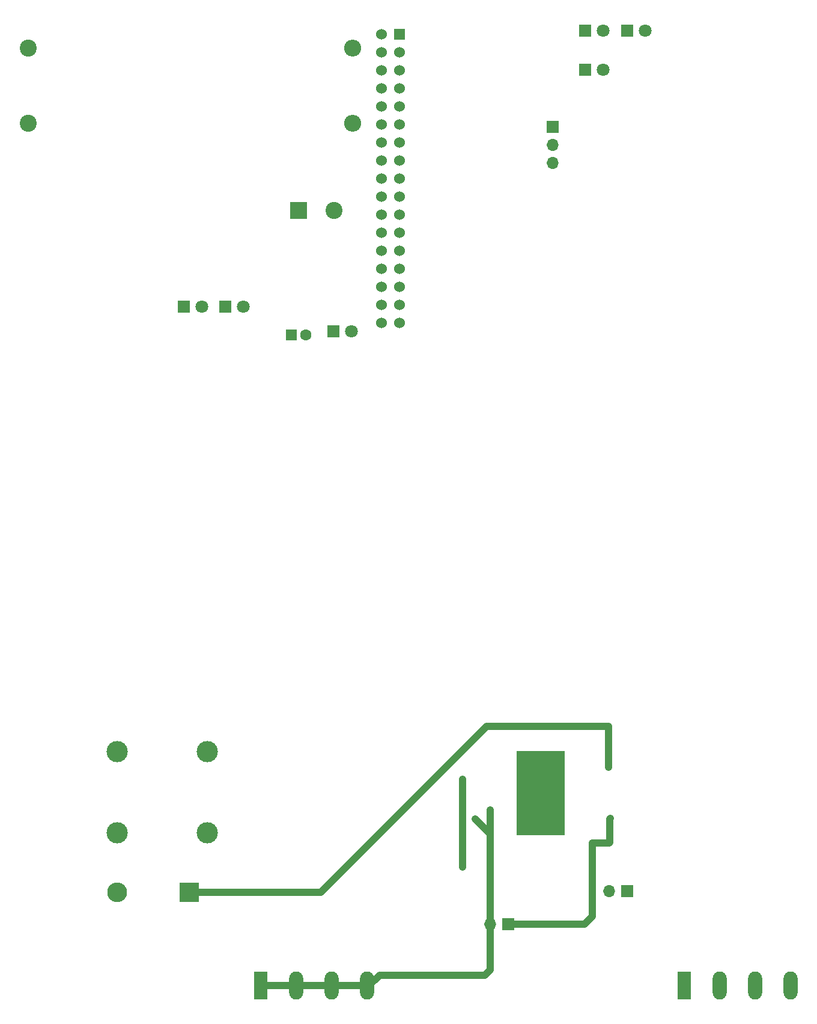
<source format=gbr>
G04 #@! TF.GenerationSoftware,KiCad,Pcbnew,(5.1.6)-1*
G04 #@! TF.CreationDate,2020-07-14T11:46:24+02:00*
G04 #@! TF.ProjectId,sboxnet-booster,73626f78-6e65-4742-9d62-6f6f73746572,rev?*
G04 #@! TF.SameCoordinates,Original*
G04 #@! TF.FileFunction,Copper,L2,Bot*
G04 #@! TF.FilePolarity,Positive*
%FSLAX46Y46*%
G04 Gerber Fmt 4.6, Leading zero omitted, Abs format (unit mm)*
G04 Created by KiCad (PCBNEW (5.1.6)-1) date 2020-07-14 11:46:24*
%MOMM*%
%LPD*%
G01*
G04 APERTURE LIST*
G04 #@! TA.AperFunction,ComponentPad*
%ADD10O,1.700000X1.700000*%
G04 #@! TD*
G04 #@! TA.AperFunction,ComponentPad*
%ADD11R,1.700000X1.700000*%
G04 #@! TD*
G04 #@! TA.AperFunction,Conductor*
%ADD12R,6.780000X11.860000*%
G04 #@! TD*
G04 #@! TA.AperFunction,ViaPad*
%ADD13C,1.000000*%
G04 #@! TD*
G04 #@! TA.AperFunction,ComponentPad*
%ADD14O,2.400000X2.400000*%
G04 #@! TD*
G04 #@! TA.AperFunction,ComponentPad*
%ADD15C,2.400000*%
G04 #@! TD*
G04 #@! TA.AperFunction,ComponentPad*
%ADD16C,3.000000*%
G04 #@! TD*
G04 #@! TA.AperFunction,ComponentPad*
%ADD17O,1.980000X3.960000*%
G04 #@! TD*
G04 #@! TA.AperFunction,ComponentPad*
%ADD18R,1.980000X3.960000*%
G04 #@! TD*
G04 #@! TA.AperFunction,ComponentPad*
%ADD19C,1.524000*%
G04 #@! TD*
G04 #@! TA.AperFunction,ComponentPad*
%ADD20R,1.524000X1.524000*%
G04 #@! TD*
G04 #@! TA.AperFunction,ComponentPad*
%ADD21O,2.800000X2.800000*%
G04 #@! TD*
G04 #@! TA.AperFunction,ComponentPad*
%ADD22R,2.800000X2.800000*%
G04 #@! TD*
G04 #@! TA.AperFunction,ComponentPad*
%ADD23C,1.800000*%
G04 #@! TD*
G04 #@! TA.AperFunction,ComponentPad*
%ADD24R,1.800000X1.800000*%
G04 #@! TD*
G04 #@! TA.AperFunction,ComponentPad*
%ADD25C,1.600000*%
G04 #@! TD*
G04 #@! TA.AperFunction,ComponentPad*
%ADD26R,1.600000X1.600000*%
G04 #@! TD*
G04 #@! TA.AperFunction,ComponentPad*
%ADD27R,2.400000X2.400000*%
G04 #@! TD*
G04 #@! TA.AperFunction,ViaPad*
%ADD28C,0.800000*%
G04 #@! TD*
G04 #@! TA.AperFunction,Conductor*
%ADD29C,1.000000*%
G04 #@! TD*
G04 APERTURE END LIST*
D10*
X90779600Y-147574000D03*
D11*
X93319600Y-147574000D03*
D12*
X97891600Y-129133600D03*
D13*
X96621600Y-124053600D03*
X97891600Y-124053600D03*
X99161600Y-124053600D03*
X95351600Y-126593600D03*
X96621600Y-126593600D03*
X97891600Y-126593600D03*
X99161600Y-126593600D03*
X100431600Y-126593600D03*
X95351600Y-129133600D03*
X96621600Y-129133600D03*
X97891600Y-129133600D03*
X99161600Y-129133600D03*
X100431600Y-129133600D03*
X95351600Y-131673600D03*
X96621600Y-131673600D03*
X97891600Y-131673600D03*
X99161600Y-131673600D03*
X100431600Y-131673600D03*
X96621600Y-134213600D03*
X97891600Y-134213600D03*
X99161600Y-134213600D03*
D10*
X99535001Y-40351401D03*
X99535001Y-37811401D03*
D11*
X99535001Y-35271401D03*
D14*
X71325001Y-24231401D03*
D15*
X25605001Y-24231401D03*
D14*
X71325001Y-34781401D03*
D15*
X25605001Y-34781401D03*
D16*
X50901600Y-123240800D03*
X38201600Y-123240800D03*
X38201600Y-134670800D03*
X50901600Y-134670800D03*
D17*
X68420000Y-156210000D03*
X73420000Y-156210000D03*
X63420000Y-156210000D03*
D18*
X58420000Y-156210000D03*
D17*
X128110000Y-156210000D03*
X133110000Y-156210000D03*
X123110000Y-156210000D03*
D18*
X118110000Y-156210000D03*
D10*
X107492800Y-142900400D03*
D11*
X110032800Y-142900400D03*
D19*
X77924001Y-62886400D03*
X77924001Y-60346400D03*
X77924001Y-57806400D03*
X77924001Y-55266400D03*
X77924001Y-52726400D03*
X77924001Y-50186400D03*
X77924001Y-47646400D03*
X75384001Y-62886400D03*
X75384001Y-60346400D03*
X75384001Y-57806400D03*
X75384001Y-55266400D03*
X75384001Y-52726400D03*
X75384001Y-50186400D03*
X75384001Y-47646400D03*
X77924001Y-45106400D03*
X75384001Y-45106400D03*
X77924001Y-42566400D03*
X75384001Y-42566400D03*
X77924001Y-40026400D03*
X75384001Y-40026400D03*
X77924001Y-37486400D03*
X75384001Y-37486400D03*
X77924001Y-34946400D03*
X75384001Y-34946400D03*
X77924001Y-32406400D03*
X75384001Y-32406400D03*
X77924001Y-29866400D03*
X75384001Y-29866400D03*
X77924001Y-27326400D03*
X75384001Y-27326400D03*
X77924001Y-24786400D03*
X75384001Y-24786400D03*
D20*
X77924001Y-22246400D03*
D19*
X75384001Y-22246400D03*
D21*
X38201600Y-143103600D03*
D22*
X48361600Y-143103600D03*
D23*
X71215001Y-64081401D03*
D24*
X68675001Y-64081401D03*
D23*
X106705001Y-21731401D03*
D24*
X104165001Y-21731401D03*
D23*
X112605001Y-21731401D03*
D24*
X110065001Y-21731401D03*
D23*
X106705001Y-27281401D03*
D24*
X104165001Y-27281401D03*
D23*
X50075001Y-60631401D03*
D24*
X47535001Y-60631401D03*
D23*
X55975001Y-60631401D03*
D24*
X53435001Y-60631401D03*
D25*
X64734776Y-64581401D03*
D26*
X62734776Y-64581401D03*
D15*
X68757083Y-47081401D03*
D27*
X63757083Y-47081401D03*
D28*
X84429600Y-125526800D03*
X107391200Y-125476000D03*
X88595200Y-132740400D03*
X86817200Y-139496800D03*
X86817200Y-127152400D03*
X107594400Y-132740400D03*
D29*
X48361600Y-143103600D02*
X66852800Y-143103600D01*
X66852800Y-143103600D02*
X84429600Y-125526800D01*
X84429600Y-125526800D02*
X84429600Y-125526800D01*
X84429600Y-125526800D02*
X90220800Y-119735600D01*
X90220800Y-119735600D02*
X107391200Y-119735600D01*
X107391200Y-119735600D02*
X107391200Y-125476000D01*
X107391200Y-125476000D02*
X107391200Y-125476000D01*
X90728800Y-142798800D02*
X90728800Y-131470400D01*
X90728800Y-142798800D02*
X90728800Y-134874000D01*
X90728800Y-134874000D02*
X88595200Y-132740400D01*
X88595200Y-132740400D02*
X88595200Y-132740400D01*
X90728800Y-142798800D02*
X90728800Y-154025600D01*
X90728800Y-154025600D02*
X90017600Y-154736800D01*
X90017600Y-154736800D02*
X75133200Y-154736800D01*
X75133200Y-154736800D02*
X73660000Y-156210000D01*
X73420000Y-156210000D02*
X68580000Y-156210000D01*
X68420000Y-156210000D02*
X63500000Y-156210000D01*
X63420000Y-156210000D02*
X58420000Y-156210000D01*
X86817200Y-139496800D02*
X86817200Y-127152400D01*
X86817200Y-127152400D02*
X86817200Y-127152400D01*
X107594400Y-132740400D02*
X107645200Y-132689600D01*
X93319600Y-147574000D02*
X104038400Y-147574000D01*
X104038400Y-147574000D02*
X105156000Y-146456400D01*
X105156000Y-146456400D02*
X105156000Y-136144000D01*
X105156000Y-136144000D02*
X107543600Y-136144000D01*
X107594400Y-136093200D02*
X107594400Y-132740400D01*
X107543600Y-136144000D02*
X107594400Y-136093200D01*
M02*

</source>
